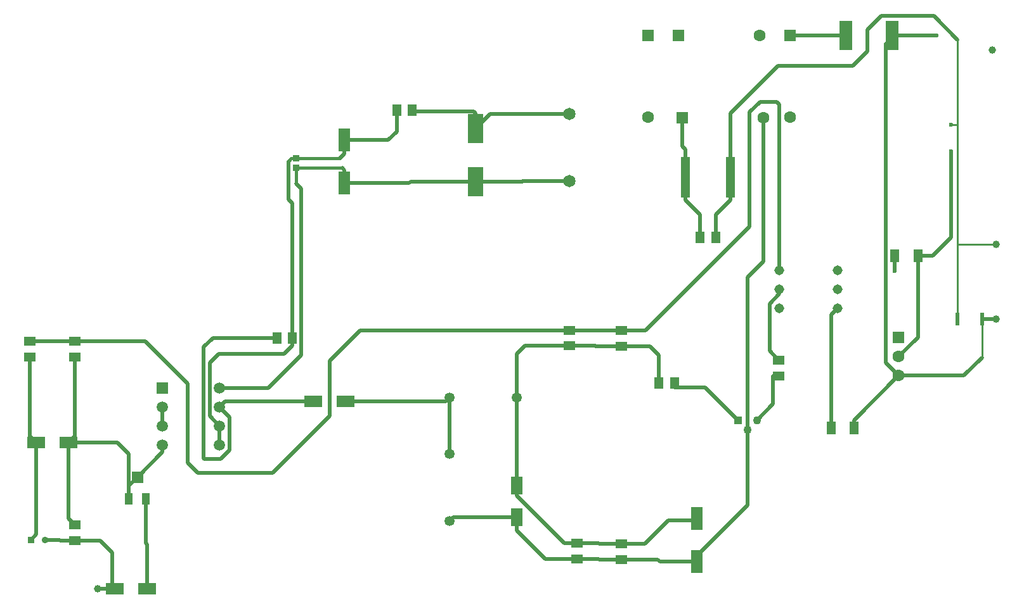
<source format=gtl>
G04*
G04 #@! TF.GenerationSoftware,Altium Limited,Altium Designer,21.2.2 (38)*
G04*
G04 Layer_Physical_Order=1*
G04 Layer_Color=255*
%FSLAX25Y25*%
%MOIN*%
G70*
G04*
G04 #@! TF.SameCoordinates,8B9A036C-55B3-4DDA-9E79-EC33CF3C9B41*
G04*
G04*
G04 #@! TF.FilePolarity,Positive*
G04*
G01*
G75*
%ADD20R,0.06299X0.06299*%
%ADD21R,0.04331X0.06299*%
%ADD22R,0.06299X0.12402*%
%ADD23R,0.06299X0.09252*%
%ADD24R,0.07874X0.15748*%
%ADD25R,0.09252X0.06299*%
%ADD26R,0.03379X0.03175*%
%ADD27R,0.05118X0.07087*%
%ADD28R,0.05938X0.04750*%
%ADD29R,0.07087X0.15748*%
%ADD30R,0.04750X0.05938*%
%ADD31R,0.02190X0.07111*%
%ADD32R,0.04540X0.21666*%
%ADD43C,0.04331*%
%ADD44R,0.04331X0.04331*%
%ADD48R,0.03543X0.03543*%
%ADD49C,0.03543*%
%ADD50C,0.06299*%
%ADD51R,0.06299X0.06299*%
%ADD54C,0.01968*%
%ADD55C,0.01095*%
%ADD56C,0.01588*%
%ADD57C,0.05315*%
%ADD58R,0.05906X0.05906*%
%ADD59C,0.05906*%
%ADD60C,0.05150*%
%ADD61C,0.06496*%
%ADD62C,0.03937*%
%ADD63C,0.02362*%
D20*
X97835Y129528D02*
D03*
X440945Y361961D02*
D03*
X366142D02*
D03*
D21*
X102362Y118110D02*
D03*
X93307D02*
D03*
D22*
X206693Y307087D02*
D03*
Y284252D02*
D03*
X391732Y85040D02*
D03*
Y107874D02*
D03*
D23*
X297244Y108268D02*
D03*
Y125197D02*
D03*
D24*
X275591Y313189D02*
D03*
Y285236D02*
D03*
D25*
X86024Y70866D02*
D03*
X102953D02*
D03*
X61614Y147638D02*
D03*
X44685D02*
D03*
X207283Y169291D02*
D03*
X190354D02*
D03*
D26*
X181102Y292316D02*
D03*
Y297244D02*
D03*
D27*
X474606Y155512D02*
D03*
X462402D02*
D03*
X508071Y246063D02*
D03*
X495866D02*
D03*
D28*
X435039Y182871D02*
D03*
Y191145D02*
D03*
X352362Y86214D02*
D03*
Y94488D02*
D03*
Y198419D02*
D03*
Y206693D02*
D03*
X328740Y86414D02*
D03*
Y94688D02*
D03*
X324803Y198619D02*
D03*
Y206893D02*
D03*
X64961Y104331D02*
D03*
Y96056D02*
D03*
Y200988D02*
D03*
Y192713D02*
D03*
X41339Y200988D02*
D03*
Y192713D02*
D03*
D29*
X494488Y362205D02*
D03*
X470079D02*
D03*
D30*
X393501Y255906D02*
D03*
X401775D02*
D03*
X371847Y179134D02*
D03*
X380121D02*
D03*
X234052Y322835D02*
D03*
X242326D02*
D03*
X179334Y202756D02*
D03*
X171060D02*
D03*
D31*
X529035Y212599D02*
D03*
X541831D02*
D03*
D32*
X385728Y287402D02*
D03*
X409547D02*
D03*
D43*
X418386Y154449D02*
D03*
X423386Y159449D02*
D03*
D44*
X413386D02*
D03*
D48*
X41732Y96457D02*
D03*
D49*
X49213D02*
D03*
D50*
X498032Y192914D02*
D03*
Y182914D02*
D03*
X440945Y319142D02*
D03*
X426921Y318898D02*
D03*
X424953Y362205D02*
D03*
X366142Y319142D02*
D03*
D51*
X498032Y202914D02*
D03*
X384102Y318898D02*
D03*
X382134Y362205D02*
D03*
D54*
X494488Y362205D02*
X517717D01*
X494488Y362205D02*
X494488Y362205D01*
X515748Y246063D02*
X525591Y255906D01*
Y301181D01*
X508071Y246063D02*
X515748D01*
X541831Y212599D02*
X541831Y212598D01*
X549213D01*
X84575Y70866D02*
Y89638D01*
X76772Y70866D02*
X86023D01*
X86024Y70866D01*
X418475Y114838D02*
Y154449D01*
X206693Y307038D02*
X229575D01*
X206693D02*
Y307087D01*
Y299638D02*
Y307038D01*
X93307Y125000D02*
Y141638D01*
Y118110D02*
Y125000D01*
X137475Y202838D02*
X171060D01*
X376924Y106838D02*
X391732D01*
X242326Y322238D02*
X274575D01*
X431975Y168038D02*
Y182871D01*
X491075Y357838D02*
X494488D01*
X380121Y176738D02*
X396097D01*
X263779Y108268D02*
X297244D01*
X261811Y106299D02*
X263779Y108268D01*
X418386Y154449D02*
X418475D01*
X391732Y88095D02*
X418475Y114838D01*
X391732Y85040D02*
Y88095D01*
X418386Y154449D02*
Y234602D01*
X426921Y243138D01*
Y318898D01*
X181102Y284238D02*
X183875Y281465D01*
Y193638D02*
Y281465D01*
X166654Y176417D02*
X183875Y193638D01*
X140984Y176417D02*
X166654D01*
X44685Y99409D02*
Y147638D01*
X41732Y96457D02*
X44685Y99409D01*
X41339Y150984D02*
Y192713D01*
Y150984D02*
X44685Y147638D01*
X64961Y150984D02*
Y192713D01*
X61614Y147638D02*
X64961Y150984D01*
X61614Y107677D02*
Y147638D01*
Y107677D02*
X64961Y104331D01*
X97835Y129528D02*
X110984Y142677D01*
Y146417D01*
X93307Y125000D02*
X97835Y129528D01*
X143858Y169291D02*
X190354D01*
X140984Y166417D02*
X143858Y169291D01*
X207283D02*
X259842D01*
X261811Y171260D01*
X283268Y320866D02*
X324803D01*
X275591Y313189D02*
X283268Y320866D01*
X214830Y206893D02*
X324803D01*
X198775Y190838D02*
X214830Y206893D01*
X198775Y161638D02*
Y190838D01*
X168875Y131738D02*
X198775Y161638D01*
X129575Y131738D02*
X168875D01*
X124275Y137038D02*
X129575Y131738D01*
X124275Y137038D02*
Y178738D01*
X102025Y200988D02*
X124275Y178738D01*
X64961Y200988D02*
X102025D01*
X435287Y225950D02*
Y228347D01*
X430075Y220738D02*
X435287Y225950D01*
X430075Y196110D02*
Y220738D01*
Y196110D02*
X435039Y191145D01*
X495866Y238138D02*
Y246063D01*
X462402Y155512D02*
Y214961D01*
X465787Y218347D01*
X494488Y357838D02*
Y362205D01*
X491075Y189870D02*
Y357838D01*
Y189870D02*
X498032Y182914D01*
X301575Y198619D02*
X324803D01*
X297244Y194288D02*
X301575Y198619D01*
X297244Y171260D02*
Y194288D01*
X409547Y287402D02*
Y321210D01*
X434475Y346138D01*
X473975D01*
X481475Y353638D01*
Y365038D01*
X488775Y372338D01*
X516575D01*
X529035Y359877D01*
X435287Y238347D02*
Y325825D01*
X433875Y327238D02*
X435287Y325825D01*
X425175Y327238D02*
X433875D01*
X419575Y321638D02*
X425175Y327238D01*
X419575Y261393D02*
Y321638D01*
X364875Y206693D02*
X419575Y261393D01*
X352362Y206693D02*
X364875D01*
X171060Y202756D02*
Y202838D01*
X132575Y197938D02*
X137475Y202838D01*
X132575Y139538D02*
Y197938D01*
Y139538D02*
X132975Y139138D01*
X141575D01*
X146175Y143738D01*
Y161227D01*
X140984Y166417D02*
X146175Y161227D01*
X61614Y147638D02*
X87307D01*
X93307Y141638D01*
X204299Y297244D02*
X206693Y299638D01*
X371847Y179134D02*
Y193638D01*
X367066Y198419D02*
X371847Y193638D01*
X352362Y198419D02*
X367066D01*
X297244Y119788D02*
Y125197D01*
Y119788D02*
X322344Y94688D01*
X328740D01*
X474606Y155512D02*
Y159488D01*
X498032Y182914D01*
X84575Y70866D02*
X86024D01*
X78156Y96056D02*
X84575Y89638D01*
X64961Y96056D02*
X78156D01*
X179334Y198897D02*
Y202756D01*
X174975Y194538D02*
X179334Y198897D01*
X140675Y194538D02*
X174975D01*
X135775Y189638D02*
X140675Y194538D01*
X135775Y161627D02*
Y189638D01*
Y161627D02*
X140984Y156417D01*
X312168Y86414D02*
X328740D01*
X297244Y101338D02*
X312168Y86414D01*
X297244Y101338D02*
Y108268D01*
X532275Y182914D02*
X541831Y192469D01*
X498032Y182914D02*
X532275D01*
X380121Y176738D02*
Y179134D01*
X396097Y176738D02*
X413386Y159449D01*
X234052Y311515D02*
Y322835D01*
X229575Y307038D02*
X234052Y311515D01*
X431975Y182871D02*
X435039D01*
X423386Y159449D02*
X431975Y168038D01*
X177175Y275738D02*
Y295844D01*
Y275738D02*
X179334Y273579D01*
Y202756D02*
Y273579D01*
X391732Y106838D02*
Y107874D01*
X364575Y94488D02*
X376924Y106838D01*
X352362Y94488D02*
X364575D01*
X206693Y284252D02*
Y291198D01*
X205575Y292316D02*
X206693Y291198D01*
X275591Y313189D02*
Y321222D01*
X274575Y322238D02*
X275591Y321222D01*
X242326Y322238D02*
Y322835D01*
X508071Y202953D02*
Y246063D01*
X498032Y192914D02*
X508071Y202953D01*
X372549Y85040D02*
X391732D01*
X371375Y86214D02*
X372549Y85040D01*
X352362Y86214D02*
X371375D01*
X340575D02*
X352362D01*
X340375Y86414D02*
X340575Y86214D01*
X328740Y86414D02*
X340375D01*
X57275Y96056D02*
X64961D01*
X56875Y96457D02*
X57275Y96056D01*
X49213Y96457D02*
X56875D01*
X300272Y285433D02*
X324803D01*
X300075Y285236D02*
X300272Y285433D01*
X275591Y285236D02*
X300075D01*
X241559D02*
X275591D01*
X240575Y284252D02*
X241559Y285236D01*
X206693Y284252D02*
X240575D01*
X140984Y146417D02*
Y156417D01*
X102362Y94728D02*
Y118110D01*
Y94728D02*
X102953Y94138D01*
Y70866D02*
Y94138D01*
X261811Y141732D02*
Y171260D01*
X110984Y156417D02*
Y166417D01*
X340575Y94488D02*
X352362D01*
X340375Y94688D02*
X340575Y94488D01*
X328740Y94688D02*
X340375D01*
X338675Y198419D02*
X352362D01*
X338475Y198619D02*
X338675Y198419D01*
X324803Y198619D02*
X338475D01*
X297244Y125197D02*
Y171260D01*
X385728Y275510D02*
Y287402D01*
Y275510D02*
X393501Y267738D01*
Y255906D02*
Y267738D01*
X384102Y303864D02*
Y318898D01*
Y303864D02*
X385728Y302238D01*
Y287402D02*
Y302238D01*
X409547Y275510D02*
Y287402D01*
X401775Y267738D02*
X409547Y275510D01*
X401775Y255906D02*
Y267738D01*
X455619Y362205D02*
X470079D01*
X455375Y361961D02*
X455619Y362205D01*
X440945Y361961D02*
X455375D01*
X338675Y206693D02*
X352362D01*
X338475Y206893D02*
X338675Y206693D01*
X324803Y206893D02*
X338475D01*
X41339Y200988D02*
X64961D01*
D55*
X529035Y314961D02*
Y359877D01*
Y251969D02*
Y314961D01*
X525591D02*
X529035D01*
Y212599D02*
Y251969D01*
X549213D01*
X541831Y192469D02*
Y212599D01*
D56*
X181102Y284238D02*
Y292316D01*
Y297244D02*
X204299D01*
X178575D02*
X181102D01*
X177175Y295844D02*
X178575Y297244D01*
X181102Y292316D02*
X205575D01*
D57*
X261811Y171260D02*
D03*
X297244D02*
D03*
X261811Y141732D02*
D03*
Y106299D02*
D03*
D58*
X110984Y176417D02*
D03*
D59*
Y166417D02*
D03*
Y156417D02*
D03*
Y146417D02*
D03*
X140984Y176417D02*
D03*
Y166417D02*
D03*
Y156417D02*
D03*
Y146417D02*
D03*
D60*
X435287Y238347D02*
D03*
Y228347D02*
D03*
Y218347D02*
D03*
X465787D02*
D03*
Y228347D02*
D03*
Y238347D02*
D03*
D61*
X324803Y320866D02*
D03*
Y285433D02*
D03*
D62*
X547244Y354331D02*
D03*
X549213Y251969D02*
D03*
Y212598D02*
D03*
X76772Y70866D02*
D03*
D63*
X517717Y362205D02*
D03*
X525591Y314961D02*
D03*
Y301181D02*
D03*
X495866Y238138D02*
D03*
M02*

</source>
